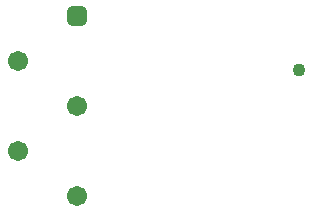
<source format=gbs>
G04*
G04 #@! TF.GenerationSoftware,Altium Limited,Altium Designer,24.9.1 (31)*
G04*
G04 Layer_Color=16711935*
%FSLAX44Y44*%
%MOMM*%
G71*
G04*
G04 #@! TF.SameCoordinates,469D3FAF-4634-46EC-B0C0-F224D0B9B898*
G04*
G04*
G04 #@! TF.FilePolarity,Negative*
G04*
G01*
G75*
%ADD18C,1.7032*%
G04:AMPARAMS|DCode=19|XSize=1.7032mm|YSize=1.7032mm|CornerRadius=0.4766mm|HoleSize=0mm|Usage=FLASHONLY|Rotation=90.000|XOffset=0mm|YOffset=0mm|HoleType=Round|Shape=RoundedRectangle|*
%AMROUNDEDRECTD19*
21,1,1.7032,0.7500,0,0,90.0*
21,1,0.7500,1.7032,0,0,90.0*
1,1,0.9532,0.3750,0.3750*
1,1,0.9532,0.3750,-0.3750*
1,1,0.9532,-0.3750,-0.3750*
1,1,0.9532,-0.3750,0.3750*
%
%ADD19ROUNDEDRECTD19*%
%ADD20C,1.0922*%
D18*
X86360Y45720D02*
D03*
X36360Y160020D02*
D03*
X86360Y121920D02*
D03*
X36360Y83820D02*
D03*
D19*
X86360Y198120D02*
D03*
D20*
X274320Y152400D02*
D03*
M02*

</source>
